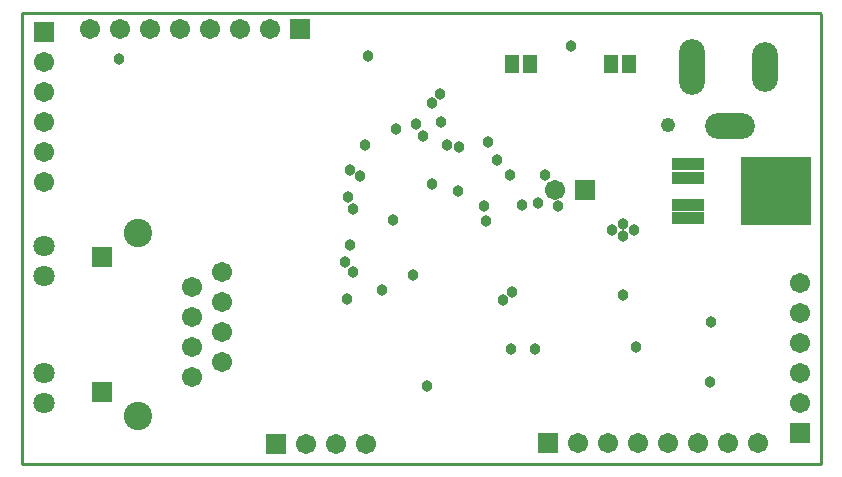
<source format=gbs>
%FSLAX25Y25*%
%MOIN*%
G70*
G01*
G75*
G04 Layer_Color=16711935*
%ADD10R,0.03150X0.03150*%
%ADD11R,0.03543X0.02756*%
%ADD12R,0.04724X0.13780*%
%ADD13R,0.04331X0.05512*%
%ADD14R,0.05512X0.04331*%
%ADD15R,0.02756X0.03543*%
%ADD16O,0.07087X0.01181*%
%ADD17O,0.01181X0.07087*%
%ADD18R,0.05512X0.26378*%
%ADD19R,0.03543X0.03150*%
%ADD20R,0.09055X0.09055*%
%ADD21R,0.09764X0.06102*%
%ADD22R,0.01181X0.02559*%
%ADD23R,0.05709X0.02362*%
%ADD24O,0.02165X0.00984*%
%ADD25R,0.03543X0.05906*%
%ADD26R,0.03150X0.03543*%
%ADD27C,0.01000*%
%ADD28C,0.02000*%
%ADD29C,0.03500*%
%ADD30C,0.05000*%
%ADD31C,0.04000*%
%ADD32C,0.01200*%
%ADD33C,0.01500*%
%ADD34C,0.03000*%
%ADD35C,0.05906*%
%ADD36C,0.08661*%
%ADD37R,0.05906X0.05906*%
%ADD38C,0.06299*%
%ADD39O,0.07874X0.17716*%
%ADD40O,0.07874X0.15748*%
%ADD41O,0.15748X0.07874*%
%ADD42C,0.05906*%
%ADD43R,0.05906X0.05906*%
%ADD44C,0.03000*%
%ADD45C,0.04000*%
%ADD46R,0.10039X0.03347*%
%ADD47R,0.22441X0.22244*%
%ADD48C,0.00984*%
%ADD49C,0.02362*%
%ADD50C,0.00394*%
%ADD51C,0.00787*%
%ADD52R,0.03950X0.03950*%
%ADD53R,0.04343X0.03556*%
%ADD54R,0.05524X0.14579*%
%ADD55R,0.05131X0.06312*%
%ADD56R,0.06312X0.05131*%
%ADD57R,0.03556X0.04343*%
%ADD58O,0.07887X0.01981*%
%ADD59O,0.01981X0.07887*%
%ADD60R,0.06312X0.27178*%
%ADD61R,0.04343X0.03950*%
%ADD62R,0.09855X0.09855*%
%ADD63R,0.10564X0.06902*%
%ADD64R,0.01981X0.03359*%
%ADD65R,0.06509X0.03162*%
%ADD66O,0.02965X0.01784*%
%ADD67R,0.04343X0.06706*%
%ADD68R,0.03950X0.04343*%
%ADD69C,0.06706*%
%ADD70C,0.09461*%
%ADD71R,0.06706X0.06706*%
%ADD72C,0.07099*%
%ADD73O,0.08674X0.18517*%
%ADD74O,0.08674X0.16548*%
%ADD75O,0.16548X0.08674*%
%ADD76C,0.06706*%
%ADD77R,0.06706X0.06706*%
%ADD78C,0.03800*%
%ADD79C,0.04800*%
%ADD80R,0.10839X0.04147*%
%ADD81R,0.23241X0.23044*%
D27*
X127200Y21600D02*
Y172000D01*
X127100Y21500D02*
X127200Y21600D01*
X127100Y21500D02*
X393400D01*
X393500Y21600D01*
Y171600D01*
X393100Y172000D02*
X393500Y171600D01*
X127200Y172000D02*
X393100D01*
D55*
X323547Y155000D02*
D03*
X329453D02*
D03*
X290547D02*
D03*
X296453D02*
D03*
D69*
X184000Y60535D02*
D03*
X194000Y75465D02*
D03*
X184000Y50535D02*
D03*
X194000Y85465D02*
D03*
Y65465D02*
D03*
Y55465D02*
D03*
X184000Y80535D02*
D03*
Y70535D02*
D03*
X374972Y150063D02*
D03*
Y157937D02*
D03*
X359224Y134315D02*
D03*
X367098D02*
D03*
X305000Y113000D02*
D03*
X134500Y155500D02*
D03*
Y145500D02*
D03*
Y135500D02*
D03*
Y125500D02*
D03*
Y115500D02*
D03*
X210000Y166500D02*
D03*
X160000D02*
D03*
X190000D02*
D03*
X200000D02*
D03*
X180000D02*
D03*
X170000D02*
D03*
X150000D02*
D03*
X352500Y28500D02*
D03*
X342500D02*
D03*
X312500D02*
D03*
X322500D02*
D03*
X332500D02*
D03*
X362500D02*
D03*
X372500D02*
D03*
X386500Y42000D02*
D03*
Y52000D02*
D03*
Y62000D02*
D03*
Y72000D02*
D03*
Y82000D02*
D03*
X241800Y28200D02*
D03*
X221800D02*
D03*
X231800D02*
D03*
D70*
X166008Y37508D02*
D03*
Y98492D02*
D03*
D71*
X154000Y45500D02*
D03*
Y90500D02*
D03*
X315000Y113000D02*
D03*
X220000Y166500D02*
D03*
X302500Y28500D02*
D03*
X211800Y28200D02*
D03*
D72*
X134709Y94083D02*
D03*
Y84083D02*
D03*
Y41917D02*
D03*
Y51917D02*
D03*
D73*
X350563Y154000D02*
D03*
D74*
X374972D02*
D03*
D75*
X363161Y134315D02*
D03*
D76*
X350563Y158921D02*
D03*
Y149079D02*
D03*
D77*
X134500Y165500D02*
D03*
X386500Y32000D02*
D03*
D78*
X310200Y160800D02*
D03*
X298200Y60000D02*
D03*
X290400D02*
D03*
X282000Y102600D02*
D03*
X281400Y107400D02*
D03*
X323760Y99500D02*
D03*
X331240D02*
D03*
X327500Y97531D02*
D03*
Y101469D02*
D03*
X299400Y108600D02*
D03*
X294000Y108000D02*
D03*
X306000Y107400D02*
D03*
X287700Y76200D02*
D03*
X237600Y85600D02*
D03*
X251800Y133200D02*
D03*
X258500Y135000D02*
D03*
X261000Y130800D02*
D03*
X268800Y127800D02*
D03*
X273000Y127200D02*
D03*
X356500Y49000D02*
D03*
X331800Y60600D02*
D03*
X327600Y78000D02*
D03*
X357000Y69000D02*
D03*
X301500Y118000D02*
D03*
X290500Y79000D02*
D03*
X159600Y156400D02*
D03*
X242500Y157500D02*
D03*
X235500Y76500D02*
D03*
X241500Y128000D02*
D03*
X272500Y112500D02*
D03*
X247364Y79636D02*
D03*
X264000Y115000D02*
D03*
X251000Y103000D02*
D03*
X285500Y123000D02*
D03*
X267000Y135500D02*
D03*
X237500Y106500D02*
D03*
X240000Y117500D02*
D03*
X236500Y119500D02*
D03*
X235800Y110400D02*
D03*
X266500Y145000D02*
D03*
X264000Y142000D02*
D03*
X257500Y84500D02*
D03*
X236500Y94500D02*
D03*
X235000Y89000D02*
D03*
X290000Y117874D02*
D03*
X262200Y47400D02*
D03*
X282600Y129000D02*
D03*
D79*
X342500Y134500D02*
D03*
D80*
X349284Y103524D02*
D03*
Y108012D02*
D03*
Y116988D02*
D03*
Y121476D02*
D03*
D81*
X378417Y112500D02*
D03*
M02*

</source>
